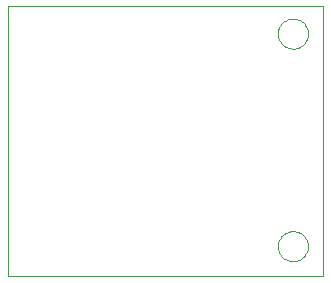
<source format=gko>
G75*
%MOIN*%
%OFA0B0*%
%FSLAX24Y24*%
%IPPOS*%
%LPD*%
%AMOC8*
5,1,8,0,0,1.08239X$1,22.5*
%
%ADD10C,0.0000*%
D10*
X000430Y000680D02*
X000430Y009676D01*
X010930Y009676D01*
X010930Y000680D01*
X000430Y000680D01*
X009430Y001680D02*
X009432Y001724D01*
X009438Y001768D01*
X009448Y001811D01*
X009461Y001853D01*
X009478Y001894D01*
X009499Y001933D01*
X009523Y001970D01*
X009550Y002005D01*
X009580Y002037D01*
X009613Y002067D01*
X009649Y002093D01*
X009686Y002117D01*
X009726Y002136D01*
X009767Y002153D01*
X009810Y002165D01*
X009853Y002174D01*
X009897Y002179D01*
X009941Y002180D01*
X009985Y002177D01*
X010029Y002170D01*
X010072Y002159D01*
X010114Y002145D01*
X010154Y002127D01*
X010193Y002105D01*
X010229Y002081D01*
X010263Y002053D01*
X010295Y002022D01*
X010324Y001988D01*
X010350Y001952D01*
X010372Y001914D01*
X010391Y001874D01*
X010406Y001832D01*
X010418Y001790D01*
X010426Y001746D01*
X010430Y001702D01*
X010430Y001658D01*
X010426Y001614D01*
X010418Y001570D01*
X010406Y001528D01*
X010391Y001486D01*
X010372Y001446D01*
X010350Y001408D01*
X010324Y001372D01*
X010295Y001338D01*
X010263Y001307D01*
X010229Y001279D01*
X010193Y001255D01*
X010154Y001233D01*
X010114Y001215D01*
X010072Y001201D01*
X010029Y001190D01*
X009985Y001183D01*
X009941Y001180D01*
X009897Y001181D01*
X009853Y001186D01*
X009810Y001195D01*
X009767Y001207D01*
X009726Y001224D01*
X009686Y001243D01*
X009649Y001267D01*
X009613Y001293D01*
X009580Y001323D01*
X009550Y001355D01*
X009523Y001390D01*
X009499Y001427D01*
X009478Y001466D01*
X009461Y001507D01*
X009448Y001549D01*
X009438Y001592D01*
X009432Y001636D01*
X009430Y001680D01*
X009430Y008767D02*
X009432Y008811D01*
X009438Y008855D01*
X009448Y008898D01*
X009461Y008940D01*
X009478Y008981D01*
X009499Y009020D01*
X009523Y009057D01*
X009550Y009092D01*
X009580Y009124D01*
X009613Y009154D01*
X009649Y009180D01*
X009686Y009204D01*
X009726Y009223D01*
X009767Y009240D01*
X009810Y009252D01*
X009853Y009261D01*
X009897Y009266D01*
X009941Y009267D01*
X009985Y009264D01*
X010029Y009257D01*
X010072Y009246D01*
X010114Y009232D01*
X010154Y009214D01*
X010193Y009192D01*
X010229Y009168D01*
X010263Y009140D01*
X010295Y009109D01*
X010324Y009075D01*
X010350Y009039D01*
X010372Y009001D01*
X010391Y008961D01*
X010406Y008919D01*
X010418Y008877D01*
X010426Y008833D01*
X010430Y008789D01*
X010430Y008745D01*
X010426Y008701D01*
X010418Y008657D01*
X010406Y008615D01*
X010391Y008573D01*
X010372Y008533D01*
X010350Y008495D01*
X010324Y008459D01*
X010295Y008425D01*
X010263Y008394D01*
X010229Y008366D01*
X010193Y008342D01*
X010154Y008320D01*
X010114Y008302D01*
X010072Y008288D01*
X010029Y008277D01*
X009985Y008270D01*
X009941Y008267D01*
X009897Y008268D01*
X009853Y008273D01*
X009810Y008282D01*
X009767Y008294D01*
X009726Y008311D01*
X009686Y008330D01*
X009649Y008354D01*
X009613Y008380D01*
X009580Y008410D01*
X009550Y008442D01*
X009523Y008477D01*
X009499Y008514D01*
X009478Y008553D01*
X009461Y008594D01*
X009448Y008636D01*
X009438Y008679D01*
X009432Y008723D01*
X009430Y008767D01*
M02*

</source>
